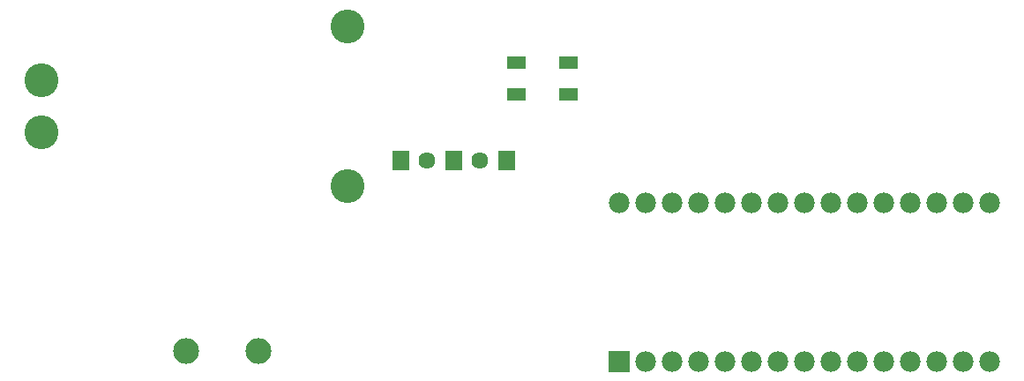
<source format=gts>
G04 Layer: TopSolderMaskLayer*
G04 EasyEDA v6.4.12, 2021-01-01T09:56:31+01:00*
G04 894a5beaafa14ce6bfb9057d1c18a6f7,8f8135e26d124d33b536985ae94b05e9,10*
G04 Gerber Generator version 0.2*
G04 Scale: 100 percent, Rotated: No, Reflected: No *
G04 Dimensions in millimeters *
G04 leading zeros omitted , absolute positions ,4 integer and 5 decimal *
%FSLAX45Y45*%
%MOMM*%

%ADD26C,1.9812*%
%ADD27C,3.2512*%
%ADD28C,3.2532*%
%ADD29C,2.4892*%
%ADD32C,1.6180*%

%LPD*%
G36*
X5806440Y890523D02*
G01*
X5806440Y1088644D01*
X6004559Y1088644D01*
X6004559Y890523D01*
G37*
D26*
G01*
X6159500Y989584D03*
G01*
X6413500Y989584D03*
G01*
X6667500Y989584D03*
G01*
X6921500Y989584D03*
G01*
X7175500Y989584D03*
G01*
X7429500Y989584D03*
G01*
X7683500Y989584D03*
G01*
X7937500Y989584D03*
G01*
X8191500Y989584D03*
G01*
X8445500Y989584D03*
G01*
X8699500Y989584D03*
G01*
X8953500Y989584D03*
G01*
X9207500Y989584D03*
G01*
X9461500Y989584D03*
G01*
X5905500Y2513584D03*
G01*
X6159500Y2513584D03*
G01*
X6413500Y2513584D03*
G01*
X6667500Y2513584D03*
G01*
X6921500Y2513584D03*
G01*
X7175500Y2513584D03*
G01*
X7429500Y2513584D03*
G01*
X7683500Y2513584D03*
G01*
X7937500Y2513584D03*
G01*
X8191500Y2513584D03*
G01*
X8445500Y2513584D03*
G01*
X8699500Y2513584D03*
G01*
X8953500Y2513584D03*
G01*
X9207500Y2513584D03*
G01*
X9461500Y2513584D03*
D27*
G01*
X3298825Y4210685D03*
G01*
X3298825Y2670682D03*
G01*
X358775Y3690493D03*
D28*
G01*
X358775Y3190621D03*
D29*
G01*
X1744979Y1091184D03*
G01*
X2446020Y1091184D03*
G36*
X5333745Y3497326D02*
G01*
X5333745Y3617468D01*
X5503925Y3617468D01*
X5503925Y3497326D01*
G37*
G36*
X5333745Y3797300D02*
G01*
X5333745Y3917442D01*
X5503925Y3917442D01*
X5503925Y3797300D01*
G37*
G36*
X4833620Y3797300D02*
G01*
X4833620Y3917442D01*
X5004054Y3917442D01*
X5004054Y3797300D01*
G37*
G36*
X4833620Y3497326D02*
G01*
X4833620Y3617468D01*
X5004054Y3617468D01*
X5004054Y3497326D01*
G37*
G36*
X4745227Y2824988D02*
G01*
X4745227Y3014979D01*
X4906772Y3014979D01*
X4906772Y2824988D01*
G37*
D32*
G01*
X4571974Y2919984D03*
G36*
X4237227Y2824988D02*
G01*
X4237227Y3014979D01*
X4398772Y3014979D01*
X4398772Y2824988D01*
G37*
G01*
X4063974Y2919984D03*
G36*
X3729227Y2824988D02*
G01*
X3729227Y3014979D01*
X3890772Y3014979D01*
X3890772Y2824988D01*
G37*
M02*

</source>
